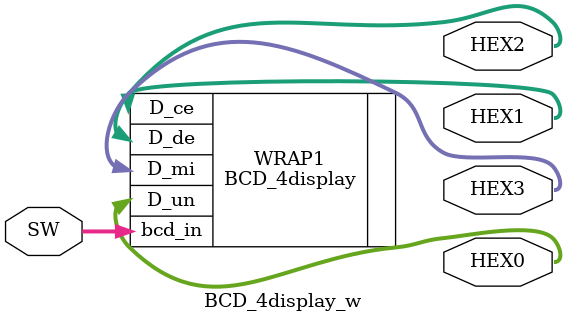
<source format=v>
module BCD_4display_w (
    input [9:0] SW,
    output [0:6] HEX0,
	 output [0:6] HEX1,
	 output [0:6] HEX2,
	 output [0:6] HEX3
);
   
BCD_4display WRAP1 (.bcd_in(SW),.D_un(HEX0),.D_de(HEX1),.D_ce(HEX2),.D_mi(HEX3));


endmodule
</source>
